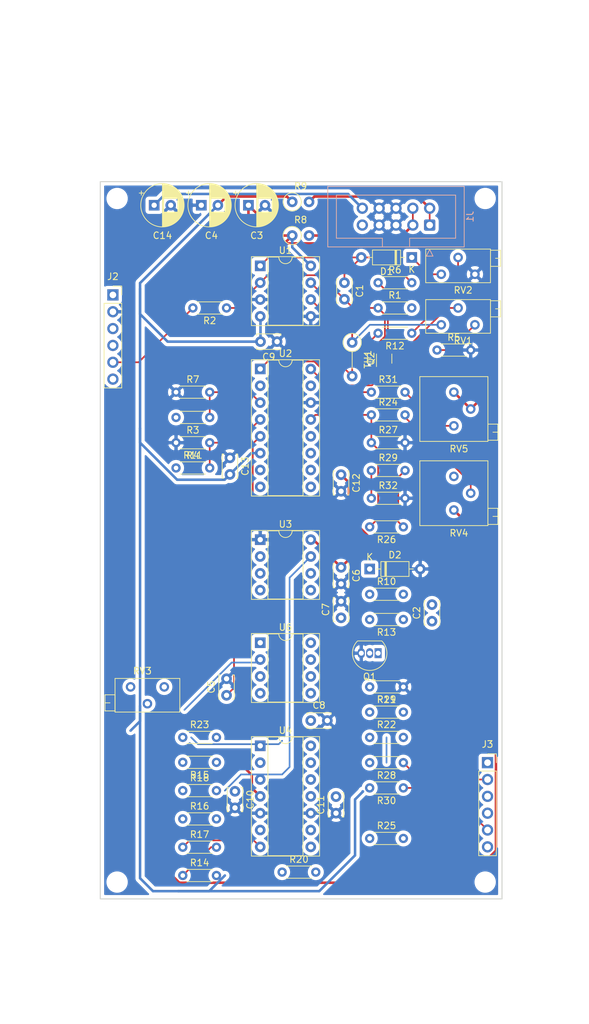
<source format=kicad_pcb>
(kicad_pcb (version 20171130) (host pcbnew 5.1.10)
  (title_block (title "(title)") (comment 1 "PCB for panel") (comment 2 "(description)") (comment 4 "License CC BY 4.0 - Attribution 4.0 International"))
  (layers (0 F.Cu signal) (31 B.Cu signal) (34 B.Paste user) (35 F.Paste user) (36 B.SilkS user) (37 F.SilkS user) (38 B.Mask user) (39 F.Mask user) (44 Edge.Cuts user))
  (net 0 "")
  (net 1 "Net-(C1-Pad2)")
  (net 2 "Net-(C1-Pad1)")
  (net 3 /sync)
  (net 4 "Net-(C2-Pad1)")
  (net 5 GND)
  (net 6 +15V)
  (net 7 -15V)
  (net 8 "Net-(C5-Pad1)")
  (net 9 "Net-(C7-Pad1)")
  (net 10 "Net-(D1-Pad1)")
  (net 11 "Net-(D2-Pad1)")
  (net 12 +5V)
  (net 13 VP)
  (net 14 VN)
  (net 15 /pwm_cv)
  (net 16 /pulse)
  (net 17 /sine)
  (net 18 /ramp)
  (net 19 /triangle)
  (net 20 /lin_fm)
  (net 21 /exp_fm)
  (net 22 /net_q)
  (net 23 "Net-(R3-Pad1)")
  (net 24 "Net-(R11-Pad2)")
  (net 25 "Net-(R5-Pad1)")
  (net 26 "Net-(R12-Pad1)")
  (net 27 "Net-(R14-Pad1)")
  (net 28 "Net-(R15-Pad2)")
  (net 29 "Net-(R16-Pad1)")
  (net 30 "Net-(R17-Pad1)")
  (net 31 "Net-(R18-Pad2)")
  (net 32 "Net-(R19-Pad1)")
  (net 33 "Net-(R20-Pad2)")
  (net 34 "Net-(R24-Pad2)")
  (net 35 "Net-(R24-Pad1)")
  (net 36 "Net-(R25-Pad1)")
  (net 37 "Net-(R28-Pad2)")
  (net 38 "Net-(R29-Pad1)")
  (net 39 "Net-(R31-Pad2)")
  (net 40 "Net-(R31-Pad1)")
  (net 41 "Net-(RV1-Pad1)")
  (net 42 "Net-(U2-Pad15)")
  (net 43 "Net-(U2-Pad2)")
  (net 44 "Net-(Q1-Pad1)")
  (net 45 "Net-(Q2-Pad4)")
  (net 46 "Net-(Q2-Pad2)")
  (net 47 "Net-(Q2-Pad3)")
  (module Capacitor_THT:C_Disc_D3.4mm_W2.1mm_P2.50mm (layer F.Cu) (at 82.55 132.08)
    (fp_text reference C8 (at 1.25 -2.3) (layer F.SilkS))
    (fp_text value 0.1u)
    (pad 2 thru_hole circle (at 2.5 0) (size 1.6 1.6) (drill 0.8) (layers *.Cu *.Mask) (net 5 GND))
    (pad 1 thru_hole circle (at 0 0) (size 1.6 1.6) (drill 0.8) (layers *.Cu *.Mask) (net 6 +15V))
  )
  (module Package_DIP:DIP-8_W7.62mm_Socket (layer F.Cu) (at 74.93 120.3425)
    (fp_text reference U6 (at 3.81 -2.33) (layer F.SilkS))
    (fp_text value TL072)
    (pad 8 thru_hole oval (at 7.62 0) (size 1.6 1.6) (drill 0.8) (layers *.Cu *.Mask))
    (pad 4 thru_hole oval (at 0 7.62) (size 1.6 1.6) (drill 0.8) (layers *.Cu *.Mask))
    (pad 7 thru_hole oval (at 7.62 2.54) (size 1.6 1.6) (drill 0.8) (layers *.Cu *.Mask) (net 19 /triangle))
    (pad 3 thru_hole oval (at 0 5.08) (size 1.6 1.6) (drill 0.8) (layers *.Cu *.Mask) (net 8 "Net-(C5-Pad1)"))
    (pad 6 thru_hole oval (at 7.62 5.08) (size 1.6 1.6) (drill 0.8) (layers *.Cu *.Mask) (net 32 "Net-(R19-Pad1)"))
    (pad 2 thru_hole oval (at 0 2.54) (size 1.6 1.6) (drill 0.8) (layers *.Cu *.Mask) (net 28 "Net-(R15-Pad2)"))
    (pad 5 thru_hole oval (at 7.62 7.62) (size 1.6 1.6) (drill 0.8) (layers *.Cu *.Mask) (net 28 "Net-(R15-Pad2)"))
    (pad 1 thru_hole rect (at 0 0) (size 1.6 1.6) (drill 0.8) (layers *.Cu *.Mask) (net 28 "Net-(R15-Pad2)"))
  )
  (module Package_TO_SOT_THT:TO-92_Inline (layer F.Cu) (at 92.71 121.92 180)
    (fp_text reference Q1 (at 1.27 -3.56) (layer F.SilkS))
    (fp_text value BC550)
    (pad 1 thru_hole rect (at 0 0 180) (size 1.05 1.5) (drill 0.75) (layers *.Cu *.Mask) (net 44 "Net-(Q1-Pad1)"))
    (pad 3 thru_hole oval (at 2.54 0 180) (size 1.05 1.5) (drill 0.75) (layers *.Cu *.Mask) (net 5 GND))
    (pad 2 thru_hole oval (at 1.27 0 180) (size 1.05 1.5) (drill 0.75) (layers *.Cu *.Mask) (net 11 "Net-(D2-Pad1)"))
  )
  (module Package_TO_SOT_SMD:SOT-363_SC-70-6 (layer F.Cu) (at 93.6244 77.4954 90)
    (fp_text reference Q2 (at 0 -2 90) (layer F.SilkS))
    (fp_text value PMP5201)
    (pad 6 smd rect (at 0.95 -0.65 90) (size 0.65 0.4) (layers F.Cu F.Paste F.Mask) (net 1 "Net-(C1-Pad2)"))
    (pad 4 smd rect (at 0.95 0.65 90) (size 0.65 0.4) (layers F.Cu F.Paste F.Mask) (net 45 "Net-(Q2-Pad4)"))
    (pad 2 smd rect (at -0.95 0 90) (size 0.65 0.4) (layers F.Cu F.Paste F.Mask) (net 46 "Net-(Q2-Pad2)"))
    (pad 5 smd rect (at 0.95 0 90) (size 0.65 0.4) (layers F.Cu F.Paste F.Mask) (net 45 "Net-(Q2-Pad4)"))
    (pad 3 smd rect (at -0.95 0.65 90) (size 0.65 0.4) (layers F.Cu F.Paste F.Mask) (net 47 "Net-(Q2-Pad3)"))
    (pad 1 smd rect (at -0.95 -0.65 90) (size 0.65 0.4) (layers F.Cu F.Paste F.Mask) (net 5 GND))
  )
  (module Package_DIP:DIP-8_W7.62mm_Socket (layer F.Cu) (at 74.93 63.5)
    (fp_text reference U1 (at 3.81 -2.33) (layer F.SilkS))
    (fp_text value TL072)
    (pad 8 thru_hole oval (at 7.62 0) (size 1.6 1.6) (drill 0.8) (layers *.Cu *.Mask) (net 6 +15V))
    (pad 4 thru_hole oval (at 0 7.62) (size 1.6 1.6) (drill 0.8) (layers *.Cu *.Mask) (net 7 -15V))
    (pad 7 thru_hole oval (at 7.62 2.54) (size 1.6 1.6) (drill 0.8) (layers *.Cu *.Mask) (net 41 "Net-(RV1-Pad1)"))
    (pad 3 thru_hole oval (at 0 5.08) (size 1.6 1.6) (drill 0.8) (layers *.Cu *.Mask) (net 5 GND))
    (pad 6 thru_hole oval (at 7.62 5.08) (size 1.6 1.6) (drill 0.8) (layers *.Cu *.Mask) (net 21 /exp_fm))
    (pad 2 thru_hole oval (at 0 2.54) (size 1.6 1.6) (drill 0.8) (layers *.Cu *.Mask) (net 1 "Net-(C1-Pad2)"))
    (pad 5 thru_hole oval (at 7.62 7.62) (size 1.6 1.6) (drill 0.8) (layers *.Cu *.Mask) (net 5 GND))
    (pad 1 thru_hole rect (at 0 0) (size 1.6 1.6) (drill 0.8) (layers *.Cu *.Mask) (net 2 "Net-(C1-Pad1)"))
  )
  (module Potentiometer_THT:Potentiometer_Bourns_3296P_Horizontal (layer F.Cu) (at 104.14 87.63 180)
    (fp_text reference RV5 (at -0.76 -3.475) (layer F.SilkS))
    (fp_text value 25k)
    (pad 3 thru_hole circle (at 0 5.08 180) (size 1.44 1.44) (drill 0.8) (layers *.Cu *.Mask) (net 6 +15V))
    (pad 2 thru_hole circle (at -2.54 2.54 180) (size 1.44 1.44) (drill 0.8) (layers *.Cu *.Mask) (net 6 +15V))
    (pad 1 thru_hole circle (at 0 0 180) (size 1.44 1.44) (drill 0.8) (layers *.Cu *.Mask) (net 39 "Net-(R31-Pad2)"))
  )
  (module Potentiometer_THT:Potentiometer_Bourns_3296P_Horizontal (layer F.Cu) (at 104.14 100.33 180)
    (fp_text reference RV4 (at -0.76 -3.475) (layer F.SilkS))
    (fp_text value 100k)
    (pad 3 thru_hole circle (at 0 5.08 180) (size 1.44 1.44) (drill 0.8) (layers *.Cu *.Mask) (net 7 -15V))
    (pad 2 thru_hole circle (at -2.54 2.54 180) (size 1.44 1.44) (drill 0.8) (layers *.Cu *.Mask) (net 34 "Net-(R24-Pad2)"))
    (pad 1 thru_hole circle (at 0 0 180) (size 1.44 1.44) (drill 0.8) (layers *.Cu *.Mask) (net 6 +15V))
  )
  (module Connector_PinSocket_2.54mm:PinSocket_1x06_P2.54mm_Vertical (layer F.Cu) (at 109.22 138.43)
    (fp_text reference J3 (at 0 -2.77) (layer F.SilkS))
    (fp_text value Conn_01x06_Female)
    (pad 6 thru_hole oval (at 0 12.7) (size 1.7 1.7) (drill 1) (layers *.Cu *.Mask) (net 15 /pwm_cv))
    (pad 5 thru_hole oval (at 0 10.16) (size 1.7 1.7) (drill 1) (layers *.Cu *.Mask) (net 16 /pulse))
    (pad 4 thru_hole oval (at 0 7.62) (size 1.7 1.7) (drill 1) (layers *.Cu *.Mask) (net 18 /ramp))
    (pad 3 thru_hole oval (at 0 5.08) (size 1.7 1.7) (drill 1) (layers *.Cu *.Mask) (net 17 /sine))
    (pad 2 thru_hole oval (at 0 2.54) (size 1.7 1.7) (drill 1) (layers *.Cu *.Mask) (net 19 /triangle))
    (pad 1 thru_hole rect (at 0 0) (size 1.7 1.7) (drill 1) (layers *.Cu *.Mask) (net 3 /sync))
  )
  (module Connector_PinSocket_2.54mm:PinSocket_1x06_P2.54mm_Vertical (layer F.Cu) (at 52.705 67.8815)
    (fp_text reference J2 (at 0 -2.77) (layer F.SilkS))
    (fp_text value Conn_01x06_Female)
    (pad 6 thru_hole oval (at 0 12.7) (size 1.7 1.7) (drill 1) (layers *.Cu *.Mask) (net 21 /exp_fm))
    (pad 5 thru_hole oval (at 0 10.16) (size 1.7 1.7) (drill 1) (layers *.Cu *.Mask) (net 20 /lin_fm))
    (pad 4 thru_hole oval (at 0 7.62) (size 1.7 1.7) (drill 1) (layers *.Cu *.Mask) (net 6 +15V))
    (pad 3 thru_hole oval (at 0 5.08) (size 1.7 1.7) (drill 1) (layers *.Cu *.Mask) (net 7 -15V))
    (pad 2 thru_hole oval (at 0 2.54) (size 1.7 1.7) (drill 1) (layers *.Cu *.Mask) (net 5 GND))
    (pad 1 thru_hole rect (at 0 0) (size 1.7 1.7) (drill 1) (layers *.Cu *.Mask) (net 12 +5V))
  )
  (module Capacitor_THT:CP_Radial_D6.3mm_P2.50mm (layer F.Cu) (at 58.928 54.356)
    (fp_text reference C14 (at 1.25 4.572) (layer F.SilkS))
    (fp_text value 22u)
    (pad 2 thru_hole circle (at 2.5 0) (size 1.6 1.6) (drill 0.8) (layers *.Cu *.Mask) (net 5 GND))
    (pad 1 thru_hole rect (at 0 0) (size 1.6 1.6) (drill 0.8) (layers *.Cu *.Mask) (net 12 +5V))
  )
  (module Resistor_THT:R_Axial_DIN0204_L3.6mm_D1.6mm_P5.08mm_Horizontal (layer F.Cu) (at 91.694 98.552)
    (fp_text reference R32 (at 2.54 -1.92) (layer F.SilkS))
    (fp_text value 300k)
    (pad 2 thru_hole oval (at 5.08 0) (size 1.4 1.4) (drill 0.7) (layers *.Cu *.Mask) (net 5 GND))
    (pad 1 thru_hole circle (at 0 0) (size 1.4 1.4) (drill 0.7) (layers *.Cu *.Mask) (net 38 "Net-(R29-Pad1)"))
  )
  (module Resistor_THT:R_Axial_DIN0204_L3.6mm_D1.6mm_P5.08mm_Horizontal (layer F.Cu) (at 91.694 82.55)
    (fp_text reference R31 (at 2.54 -1.92) (layer F.SilkS))
    (fp_text value 39k)
    (pad 2 thru_hole oval (at 5.08 0) (size 1.4 1.4) (drill 0.7) (layers *.Cu *.Mask) (net 39 "Net-(R31-Pad2)"))
    (pad 1 thru_hole circle (at 0 0) (size 1.4 1.4) (drill 0.7) (layers *.Cu *.Mask) (net 40 "Net-(R31-Pad1)"))
  )
  (module Resistor_THT:R_Axial_DIN0204_L3.6mm_D1.6mm_P5.08mm_Horizontal (layer F.Cu) (at 96.52 142.24 180)
    (fp_text reference R30 (at 2.54 -1.92) (layer F.SilkS))
    (fp_text value 2M2)
    (pad 2 thru_hole oval (at 5.08 0 180) (size 1.4 1.4) (drill 0.7) (layers *.Cu *.Mask) (net 37 "Net-(R28-Pad2)"))
    (pad 1 thru_hole circle (at 0 0 180) (size 1.4 1.4) (drill 0.7) (layers *.Cu *.Mask) (net 16 /pulse))
  )
  (module Resistor_THT:R_Axial_DIN0204_L3.6mm_D1.6mm_P5.08mm_Horizontal (layer F.Cu) (at 91.694 94.361)
    (fp_text reference R29 (at 2.54 -1.92) (layer F.SilkS))
    (fp_text value 39k)
    (pad 2 thru_hole oval (at 5.08 0) (size 1.4 1.4) (drill 0.7) (layers *.Cu *.Mask) (net 19 /triangle))
    (pad 1 thru_hole circle (at 0 0) (size 1.4 1.4) (drill 0.7) (layers *.Cu *.Mask) (net 38 "Net-(R29-Pad1)"))
  )
  (module Resistor_THT:R_Axial_DIN0204_L3.6mm_D1.6mm_P5.08mm_Horizontal (layer F.Cu) (at 96.52 138.43 180)
    (fp_text reference R28 (at 2.54 -1.92) (layer F.SilkS))
    (fp_text value 2k2)
    (pad 2 thru_hole oval (at 5.08 0 180) (size 1.4 1.4) (drill 0.7) (layers *.Cu *.Mask) (net 37 "Net-(R28-Pad2)"))
    (pad 1 thru_hole circle (at 0 0 180) (size 1.4 1.4) (drill 0.7) (layers *.Cu *.Mask) (net 19 /triangle))
  )
  (module Resistor_THT:R_Axial_DIN0204_L3.6mm_D1.6mm_P5.08mm_Horizontal (layer F.Cu) (at 91.694 90.17)
    (fp_text reference R27 (at 2.54 -1.92) (layer F.SilkS))
    (fp_text value 390)
    (pad 2 thru_hole oval (at 5.08 0) (size 1.4 1.4) (drill 0.7) (layers *.Cu *.Mask) (net 5 GND))
    (pad 1 thru_hole circle (at 0 0) (size 1.4 1.4) (drill 0.7) (layers *.Cu *.Mask) (net 35 "Net-(R24-Pad1)"))
  )
  (module Resistor_THT:R_Axial_DIN0204_L3.6mm_D1.6mm_P5.08mm_Horizontal (layer F.Cu) (at 96.52 102.87 180)
    (fp_text reference R26 (at 2.54 -1.92) (layer F.SilkS))
    (fp_text value 100k)
    (pad 2 thru_hole oval (at 5.08 0 180) (size 1.4 1.4) (drill 0.7) (layers *.Cu *.Mask) (net 35 "Net-(R24-Pad1)"))
    (pad 1 thru_hole circle (at 0 0 180) (size 1.4 1.4) (drill 0.7) (layers *.Cu *.Mask) (net 19 /triangle))
  )
  (module Resistor_THT:R_Axial_DIN0204_L3.6mm_D1.6mm_P5.08mm_Horizontal (layer F.Cu) (at 91.44 149.86)
    (fp_text reference R25 (at 2.54 -1.92) (layer F.SilkS))
    (fp_text value 120k)
    (pad 2 thru_hole oval (at 5.08 0) (size 1.4 1.4) (drill 0.7) (layers *.Cu *.Mask) (net 15 /pwm_cv))
    (pad 1 thru_hole circle (at 0 0) (size 1.4 1.4) (drill 0.7) (layers *.Cu *.Mask) (net 36 "Net-(R25-Pad1)"))
  )
  (module Resistor_THT:R_Axial_DIN0204_L3.6mm_D1.6mm_P5.08mm_Horizontal (layer F.Cu) (at 91.694 85.979)
    (fp_text reference R24 (at 2.54 -1.92) (layer F.SilkS))
    (fp_text value 1M)
    (pad 2 thru_hole oval (at 5.08 0) (size 1.4 1.4) (drill 0.7) (layers *.Cu *.Mask) (net 34 "Net-(R24-Pad2)"))
    (pad 1 thru_hole circle (at 0 0) (size 1.4 1.4) (drill 0.7) (layers *.Cu *.Mask) (net 35 "Net-(R24-Pad1)"))
  )
  (module Resistor_THT:R_Axial_DIN0204_L3.6mm_D1.6mm_P5.08mm_Horizontal (layer F.Cu) (at 63.246 134.62)
    (fp_text reference R23 (at 2.54 -1.92) (layer F.SilkS))
    (fp_text value 10k)
    (pad 2 thru_hole oval (at 5.08 0) (size 1.4 1.4) (drill 0.7) (layers *.Cu *.Mask) (net 33 "Net-(R20-Pad2)"))
    (pad 1 thru_hole circle (at 0 0) (size 1.4 1.4) (drill 0.7) (layers *.Cu *.Mask) (net 18 /ramp))
  )
  (module Resistor_THT:R_Axial_DIN0204_L3.6mm_D1.6mm_P5.08mm_Horizontal (layer F.Cu) (at 91.44 134.62)
    (fp_text reference R22 (at 2.54 -1.92) (layer F.SilkS))
    (fp_text value 20k)
    (pad 2 thru_hole oval (at 5.08 0) (size 1.4 1.4) (drill 0.7) (layers *.Cu *.Mask) (net 32 "Net-(R19-Pad1)"))
    (pad 1 thru_hole circle (at 0 0) (size 1.4 1.4) (drill 0.7) (layers *.Cu *.Mask) (net 19 /triangle))
  )
  (module Resistor_THT:R_Axial_DIN0204_L3.6mm_D1.6mm_P5.08mm_Horizontal (layer F.Cu) (at 96.52 127 180)
    (fp_text reference R21 (at 2.54 -1.92) (layer F.SilkS))
    (fp_text value 20k)
    (pad 2 thru_hole oval (at 5.08 0 180) (size 1.4 1.4) (drill 0.7) (layers *.Cu *.Mask) (net 32 "Net-(R19-Pad1)"))
    (pad 1 thru_hole circle (at 0 0 180) (size 1.4 1.4) (drill 0.7) (layers *.Cu *.Mask) (net 5 GND))
  )
  (module Resistor_THT:R_Axial_DIN0204_L3.6mm_D1.6mm_P5.08mm_Horizontal (layer F.Cu) (at 78.232 154.94)
    (fp_text reference R20 (at 2.54 -1.92) (layer F.SilkS))
    (fp_text value 10k)
    (pad 2 thru_hole oval (at 5.08 0) (size 1.4 1.4) (drill 0.7) (layers *.Cu *.Mask) (net 33 "Net-(R20-Pad2)"))
    (pad 1 thru_hole circle (at 0 0) (size 1.4 1.4) (drill 0.7) (layers *.Cu *.Mask) (net 30 "Net-(R17-Pad1)"))
  )
  (module Resistor_THT:R_Axial_DIN0204_L3.6mm_D1.6mm_P5.08mm_Horizontal (layer F.Cu) (at 91.44 130.81)
    (fp_text reference R19 (at 2.54 -1.92) (layer F.SilkS))
    (fp_text value 10k)
    (pad 2 thru_hole oval (at 5.08 0) (size 1.4 1.4) (drill 0.7) (layers *.Cu *.Mask) (net 6 +15V))
    (pad 1 thru_hole circle (at 0 0) (size 1.4 1.4) (drill 0.7) (layers *.Cu *.Mask) (net 32 "Net-(R19-Pad1)"))
  )
  (module Resistor_THT:R_Axial_DIN0204_L3.6mm_D1.6mm_P5.08mm_Horizontal (layer F.Cu) (at 63.246 142.646)
    (fp_text reference R18 (at 2.54 -1.92) (layer F.SilkS))
    (fp_text value 10k)
    (pad 2 thru_hole oval (at 5.08 0) (size 1.4 1.4) (drill 0.7) (layers *.Cu *.Mask) (net 31 "Net-(R18-Pad2)"))
    (pad 1 thru_hole circle (at 0 0) (size 1.4 1.4) (drill 0.7) (layers *.Cu *.Mask) (net 30 "Net-(R17-Pad1)"))
  )
  (module Resistor_THT:R_Axial_DIN0204_L3.6mm_D1.6mm_P5.08mm_Horizontal (layer F.Cu) (at 63.246 151.181)
    (fp_text reference R17 (at 2.54 -1.92) (layer F.SilkS))
    (fp_text value 100k)
    (pad 2 thru_hole oval (at 5.08 0) (size 1.4 1.4) (drill 0.7) (layers *.Cu *.Mask) (net 27 "Net-(R14-Pad1)"))
    (pad 1 thru_hole circle (at 0 0) (size 1.4 1.4) (drill 0.7) (layers *.Cu *.Mask) (net 30 "Net-(R17-Pad1)"))
  )
  (module Resistor_THT:R_Axial_DIN0204_L3.6mm_D1.6mm_P5.08mm_Horizontal (layer F.Cu) (at 63.246 146.914)
    (fp_text reference R16 (at 2.54 -1.92) (layer F.SilkS))
    (fp_text value 1M)
    (pad 2 thru_hole oval (at 5.08 0) (size 1.4 1.4) (drill 0.7) (layers *.Cu *.Mask) (net 27 "Net-(R14-Pad1)"))
    (pad 1 thru_hole circle (at 0 0) (size 1.4 1.4) (drill 0.7) (layers *.Cu *.Mask) (net 29 "Net-(R16-Pad1)"))
  )
  (module Resistor_THT:R_Axial_DIN0204_L3.6mm_D1.6mm_P5.08mm_Horizontal (layer F.Cu) (at 68.326 138.379 180)
    (fp_text reference R15 (at 2.54 -1.92) (layer F.SilkS))
    (fp_text value 100k)
    (pad 2 thru_hole oval (at 5.08 0 180) (size 1.4 1.4) (drill 0.7) (layers *.Cu *.Mask) (net 28 "Net-(R15-Pad2)"))
    (pad 1 thru_hole circle (at 0 0 180) (size 1.4 1.4) (drill 0.7) (layers *.Cu *.Mask) (net 27 "Net-(R14-Pad1)"))
  )
  (module Resistor_THT:R_Axial_DIN0204_L3.6mm_D1.6mm_P5.08mm_Horizontal (layer F.Cu) (at 63.246 155.448)
    (fp_text reference R14 (at 2.54 -1.92) (layer F.SilkS))
    (fp_text value 150k)
    (pad 2 thru_hole oval (at 5.08 0) (size 1.4 1.4) (drill 0.7) (layers *.Cu *.Mask) (net 7 -15V))
    (pad 1 thru_hole circle (at 0 0) (size 1.4 1.4) (drill 0.7) (layers *.Cu *.Mask) (net 27 "Net-(R14-Pad1)"))
  )
  (module Resistor_THT:R_Axial_DIN0204_L3.6mm_D1.6mm_P5.08mm_Horizontal (layer F.Cu) (at 96.52 116.84 180)
    (fp_text reference R13 (at 2.54 -1.92) (layer F.SilkS))
    (fp_text value 4k7)
    (pad 2 thru_hole oval (at 5.08 0 180) (size 1.4 1.4) (drill 0.7) (layers *.Cu *.Mask) (net 44 "Net-(Q1-Pad1)"))
    (pad 1 thru_hole circle (at 0 0 180) (size 1.4 1.4) (drill 0.7) (layers *.Cu *.Mask) (net 6 +15V))
  )
  (module Resistor_THT:R_Axial_DIN0204_L3.6mm_D1.6mm_P5.08mm_Horizontal (layer F.Cu) (at 97.79 73.66 180)
    (fp_text reference R12 (at 2.54 -1.92) (layer F.SilkS))
    (fp_text value 1M)
    (pad 2 thru_hole oval (at 5.08 0 180) (size 1.4 1.4) (drill 0.7) (layers *.Cu *.Mask) (net 21 /exp_fm))
    (pad 1 thru_hole circle (at 0 0 180) (size 1.4 1.4) (drill 0.7) (layers *.Cu *.Mask) (net 26 "Net-(R12-Pad1)"))
  )
  (module Resistor_THT:R_Axial_DIN0204_L3.6mm_D1.6mm_P5.08mm_Horizontal (layer F.Cu) (at 62.23 93.98)
    (fp_text reference R11 (at 2.54 -1.92) (layer F.SilkS))
    (fp_text value 10k)
    (pad 2 thru_hole oval (at 5.08 0) (size 1.4 1.4) (drill 0.7) (layers *.Cu *.Mask) (net 24 "Net-(R11-Pad2)"))
    (pad 1 thru_hole circle (at 0 0) (size 1.4 1.4) (drill 0.7) (layers *.Cu *.Mask) (net 6 +15V))
  )
  (module Resistor_THT:R_Axial_DIN0204_L3.6mm_D1.6mm_P5.08mm_Horizontal (layer F.Cu) (at 91.44 113.03)
    (fp_text reference R10 (at 2.54 -1.92) (layer F.SilkS))
    (fp_text value 100k)
    (pad 2 thru_hole oval (at 5.08 0) (size 1.4 1.4) (drill 0.7) (layers *.Cu *.Mask) (net 4 "Net-(C2-Pad1)"))
    (pad 1 thru_hole circle (at 0 0) (size 1.4 1.4) (drill 0.7) (layers *.Cu *.Mask) (net 11 "Net-(D2-Pad1)"))
  )
  (module Resistor_THT:R_Axial_DIN0207_L6.3mm_D2.5mm_P2.54mm_Vertical (layer F.Cu) (at 79.756 53.848)
    (fp_text reference R9 (at 1.27 -2.37) (layer F.SilkS))
    (fp_text value 10)
    (pad 2 thru_hole oval (at 2.54 0) (size 1.6 1.6) (drill 0.8) (layers *.Cu *.Mask) (net 14 VN))
    (pad 1 thru_hole circle (at 0 0) (size 1.6 1.6) (drill 0.8) (layers *.Cu *.Mask) (net 7 -15V))
  )
  (module Resistor_THT:R_Axial_DIN0207_L6.3mm_D2.5mm_P2.54mm_Vertical (layer F.Cu) (at 79.756 58.928)
    (fp_text reference R8 (at 1.27 -2.37) (layer F.SilkS))
    (fp_text value 10)
    (pad 2 thru_hole oval (at 2.54 0) (size 1.6 1.6) (drill 0.8) (layers *.Cu *.Mask) (net 13 VP))
    (pad 1 thru_hole circle (at 0 0) (size 1.6 1.6) (drill 0.8) (layers *.Cu *.Mask) (net 6 +15V))
  )
  (module Resistor_THT:R_Axial_DIN0204_L3.6mm_D1.6mm_P5.08mm_Horizontal (layer F.Cu) (at 62.23 82.55)
    (fp_text reference R7 (at 2.54 -1.92) (layer F.SilkS))
    (fp_text value 1k5)
    (pad 2 thru_hole oval (at 5.08 0) (size 1.4 1.4) (drill 0.7) (layers *.Cu *.Mask) (net 23 "Net-(R3-Pad1)"))
    (pad 1 thru_hole circle (at 0 0) (size 1.4 1.4) (drill 0.7) (layers *.Cu *.Mask) (net 5 GND))
  )
  (module Resistor_THT:R_Axial_DIN0204_L3.6mm_D1.6mm_P5.08mm_Horizontal (layer F.Cu) (at 92.71 66.04)
    (fp_text reference R6 (at 2.54 -1.92) (layer F.SilkS))
    (fp_text value 22k)
    (pad 2 thru_hole oval (at 5.08 0) (size 1.4 1.4) (drill 0.7) (layers *.Cu *.Mask) (net 2 "Net-(C1-Pad1)"))
    (pad 1 thru_hole circle (at 0 0) (size 1.4 1.4) (drill 0.7) (layers *.Cu *.Mask) (net 45 "Net-(Q2-Pad4)"))
  )
  (module Resistor_THT:R_Axial_DIN0204_L3.6mm_D1.6mm_P5.08mm_Horizontal (layer F.Cu) (at 101.6 76.2)
    (fp_text reference R5 (at 2.54 -1.92) (layer F.SilkS))
    (fp_text value 390)
    (pad 2 thru_hole oval (at 5.08 0) (size 1.4 1.4) (drill 0.7) (layers *.Cu *.Mask) (net 5 GND))
    (pad 1 thru_hole circle (at 0 0) (size 1.4 1.4) (drill 0.7) (layers *.Cu *.Mask) (net 25 "Net-(R5-Pad1)"))
  )
  (module Resistor_THT:R_Axial_DIN0204_L3.6mm_D1.6mm_P5.08mm_Horizontal (layer F.Cu) (at 67.31 90.17 180)
    (fp_text reference R4 (at 2.54 -1.92) (layer F.SilkS))
    (fp_text value 1k5)
    (pad 2 thru_hole oval (at 5.08 0 180) (size 1.4 1.4) (drill 0.7) (layers *.Cu *.Mask) (net 5 GND))
    (pad 1 thru_hole circle (at 0 0 180) (size 1.4 1.4) (drill 0.7) (layers *.Cu *.Mask) (net 24 "Net-(R11-Pad2)"))
  )
  (module Resistor_THT:R_Axial_DIN0204_L3.6mm_D1.6mm_P5.08mm_Horizontal (layer F.Cu) (at 67.31 86.36 180)
    (fp_text reference R3 (at 2.54 -1.92) (layer F.SilkS))
    (fp_text value 4k7)
    (pad 2 thru_hole oval (at 5.08 0 180) (size 1.4 1.4) (drill 0.7) (layers *.Cu *.Mask) (net 22 /net_q))
    (pad 1 thru_hole circle (at 0 0 180) (size 1.4 1.4) (drill 0.7) (layers *.Cu *.Mask) (net 23 "Net-(R3-Pad1)"))
  )
  (module Resistor_THT:R_Axial_DIN0204_L3.6mm_D1.6mm_P5.08mm_Horizontal (layer F.Cu) (at 69.85 69.85 180)
    (fp_text reference R2 (at 2.54 -1.92) (layer F.SilkS))
    (fp_text value 1M)
    (pad 2 thru_hole oval (at 5.08 0 180) (size 1.4 1.4) (drill 0.7) (layers *.Cu *.Mask) (net 20 /lin_fm))
    (pad 1 thru_hole circle (at 0 0 180) (size 1.4 1.4) (drill 0.7) (layers *.Cu *.Mask) (net 1 "Net-(C1-Pad2)"))
  )
  (module Resistor_THT:R_Axial_DIN0204_L3.6mm_D1.6mm_P5.08mm_Horizontal (layer F.Cu) (at 92.71 69.85)
    (fp_text reference R1 (at 2.54 -1.92) (layer F.SilkS))
    (fp_text value 1M5)
    (pad 2 thru_hole oval (at 5.08 0) (size 1.4 1.4) (drill 0.7) (layers *.Cu *.Mask) (net 7 -15V))
    (pad 1 thru_hole circle (at 0 0) (size 1.4 1.4) (drill 0.7) (layers *.Cu *.Mask) (net 1 "Net-(C1-Pad2)"))
  )
  (module Package_DIP:DIP-14_W7.62mm_Socket (layer F.Cu) (at 74.93 135.89)
    (fp_text reference U4 (at 3.81 -2.33) (layer F.SilkS))
    (fp_text value TL074)
    (pad 14 thru_hole oval (at 7.62 0) (size 1.6 1.6) (drill 0.8) (layers *.Cu *.Mask) (net 16 /pulse))
    (pad 7 thru_hole oval (at 0 15.24) (size 1.6 1.6) (drill 0.8) (layers *.Cu *.Mask) (net 30 "Net-(R17-Pad1)"))
    (pad 13 thru_hole oval (at 7.62 2.54) (size 1.6 1.6) (drill 0.8) (layers *.Cu *.Mask) (net 36 "Net-(R25-Pad1)"))
    (pad 6 thru_hole oval (at 0 12.7) (size 1.6 1.6) (drill 0.8) (layers *.Cu *.Mask) (net 27 "Net-(R14-Pad1)"))
    (pad 12 thru_hole oval (at 7.62 5.08) (size 1.6 1.6) (drill 0.8) (layers *.Cu *.Mask) (net 37 "Net-(R28-Pad2)"))
    (pad 5 thru_hole oval (at 0 10.16) (size 1.6 1.6) (drill 0.8) (layers *.Cu *.Mask) (net 5 GND))
    (pad 11 thru_hole oval (at 7.62 7.62) (size 1.6 1.6) (drill 0.8) (layers *.Cu *.Mask) (net 7 -15V))
    (pad 4 thru_hole oval (at 0 7.62) (size 1.6 1.6) (drill 0.8) (layers *.Cu *.Mask) (net 6 +15V))
    (pad 10 thru_hole oval (at 7.62 10.16) (size 1.6 1.6) (drill 0.8) (layers *.Cu *.Mask) (net 5 GND))
    (pad 3 thru_hole oval (at 0 5.08) (size 1.6 1.6) (drill 0.8) (layers *.Cu *.Mask) (net 31 "Net-(R18-Pad2)"))
    (pad 9 thru_hole oval (at 7.62 12.7) (size 1.6 1.6) (drill 0.8) (layers *.Cu *.Mask) (net 15 /pwm_cv))
    (pad 2 thru_hole oval (at 0 2.54) (size 1.6 1.6) (drill 0.8) (layers *.Cu *.Mask) (net 33 "Net-(R20-Pad2)"))
    (pad 8 thru_hole oval (at 7.62 15.24) (size 1.6 1.6) (drill 0.8) (layers *.Cu *.Mask) (net 36 "Net-(R25-Pad1)"))
    (pad 1 thru_hole rect (at 0 0) (size 1.6 1.6) (drill 0.8) (layers *.Cu *.Mask) (net 18 /ramp))
  )
  (module Package_DIP:DIP-8_W7.62mm_Socket (layer F.Cu) (at 74.93 104.795)
    (fp_text reference U3 (at 3.81 -2.33) (layer F.SilkS))
    (fp_text value TLC555xP)
    (pad 8 thru_hole oval (at 7.62 0) (size 1.6 1.6) (drill 0.8) (layers *.Cu *.Mask) (net 6 +15V))
    (pad 4 thru_hole oval (at 0 7.62) (size 1.6 1.6) (drill 0.8) (layers *.Cu *.Mask) (net 44 "Net-(Q1-Pad1)"))
    (pad 7 thru_hole oval (at 7.62 2.54) (size 1.6 1.6) (drill 0.8) (layers *.Cu *.Mask) (net 31 "Net-(R18-Pad2)"))
    (pad 3 thru_hole oval (at 0 5.08) (size 1.6 1.6) (drill 0.8) (layers *.Cu *.Mask) (net 22 /net_q))
    (pad 6 thru_hole oval (at 7.62 5.08) (size 1.6 1.6) (drill 0.8) (layers *.Cu *.Mask) (net 28 "Net-(R15-Pad2)"))
    (pad 2 thru_hole oval (at 0 2.54) (size 1.6 1.6) (drill 0.8) (layers *.Cu *.Mask) (net 28 "Net-(R15-Pad2)"))
    (pad 5 thru_hole oval (at 7.62 7.62) (size 1.6 1.6) (drill 0.8) (layers *.Cu *.Mask) (net 9 "Net-(C7-Pad1)"))
    (pad 1 thru_hole rect (at 0 0) (size 1.6 1.6) (drill 0.8) (layers *.Cu *.Mask) (net 5 GND))
  )
  (module Package_DIP:DIP-16_W7.62mm_Socket (layer F.Cu) (at 74.93 79.0475)
    (fp_text reference U2 (at 3.81 -2.33) (layer F.SilkS))
    (fp_text value LM13700)
    (pad 16 thru_hole oval (at 7.62 0) (size 1.6 1.6) (drill 0.8) (layers *.Cu *.Mask) (net 40 "Net-(R31-Pad1)"))
    (pad 8 thru_hole oval (at 0 17.78) (size 1.6 1.6) (drill 0.8) (layers *.Cu *.Mask))
    (pad 15 thru_hole oval (at 7.62 2.54) (size 1.6 1.6) (drill 0.8) (layers *.Cu *.Mask) (net 42 "Net-(U2-Pad15)"))
    (pad 7 thru_hole oval (at 0 15.24) (size 1.6 1.6) (drill 0.8) (layers *.Cu *.Mask))
    (pad 14 thru_hole oval (at 7.62 5.08) (size 1.6 1.6) (drill 0.8) (layers *.Cu *.Mask) (net 5 GND))
    (pad 6 thru_hole oval (at 0 12.7) (size 1.6 1.6) (drill 0.8) (layers *.Cu *.Mask) (net 7 -15V))
    (pad 13 thru_hole oval (at 7.62 7.62) (size 1.6 1.6) (drill 0.8) (layers *.Cu *.Mask) (net 35 "Net-(R24-Pad1)"))
    (pad 5 thru_hole oval (at 0 10.16) (size 1.6 1.6) (drill 0.8) (layers *.Cu *.Mask) (net 8 "Net-(C5-Pad1)"))
    (pad 12 thru_hole oval (at 7.62 10.16) (size 1.6 1.6) (drill 0.8) (layers *.Cu *.Mask) (net 38 "Net-(R29-Pad1)"))
    (pad 4 thru_hole oval (at 0 7.62) (size 1.6 1.6) (drill 0.8) (layers *.Cu *.Mask) (net 24 "Net-(R11-Pad2)"))
    (pad 11 thru_hole oval (at 7.62 12.7) (size 1.6 1.6) (drill 0.8) (layers *.Cu *.Mask) (net 6 +15V))
    (pad 3 thru_hole oval (at 0 5.08) (size 1.6 1.6) (drill 0.8) (layers *.Cu *.Mask) (net 23 "Net-(R3-Pad1)"))
    (pad 10 thru_hole oval (at 7.62 15.24) (size 1.6 1.6) (drill 0.8) (layers *.Cu *.Mask) (net 38 "Net-(R29-Pad1)"))
    (pad 2 thru_hole oval (at 0 2.54) (size 1.6 1.6) (drill 0.8) (layers *.Cu *.Mask) (net 43 "Net-(U2-Pad2)"))
    (pad 9 thru_hole oval (at 7.62 17.78) (size 1.6 1.6) (drill 0.8) (layers *.Cu *.Mask) (net 17 /sine))
    (pad 1 thru_hole rect (at 0 0) (size 1.6 1.6) (drill 0.8) (layers *.Cu *.Mask) (net 47 "Net-(Q2-Pad3)"))
  )
  (module Resistor_THT:R_Axial_DIN0207_L6.3mm_D2.5mm_P5.08mm_Vertical (layer F.Cu) (at 88.7984 75.057 270)
    (fp_text reference TH1 (at 2.54 -2.37 90) (layer F.SilkS))
    (fp_text value "2k +3500ppm/°C")
    (pad 2 thru_hole oval (at 5.08 0 270) (size 1.6 1.6) (drill 0.8) (layers *.Cu *.Mask) (net 21 /exp_fm))
    (pad 1 thru_hole circle (at 0 0 270) (size 1.6 1.6) (drill 0.8) (layers *.Cu *.Mask) (net 41 "Net-(RV1-Pad1)"))
  )
  (module Potentiometer_THT:Potentiometer_Bourns_3296Z_Horizontal (layer F.Cu) (at 60.452 127)
    (fp_text reference RV3 (at -3.3 -2.4) (layer F.SilkS))
    (fp_text value 100k)
    (pad 3 thru_hole circle (at -5.08 0) (size 1.44 1.44) (drill 0.8) (layers *.Cu *.Mask) (net 7 -15V))
    (pad 2 thru_hole circle (at -2.54 2.54) (size 1.44 1.44) (drill 0.8) (layers *.Cu *.Mask) (net 29 "Net-(R16-Pad1)"))
    (pad 1 thru_hole circle (at 0 0) (size 1.44 1.44) (drill 0.8) (layers *.Cu *.Mask) (net 6 +15V))
  )
  (module Potentiometer_THT:Potentiometer_Bourns_3296Z_Horizontal (layer F.Cu) (at 102.235 64.77 180)
    (fp_text reference RV2 (at -3.3 -2.4) (layer F.SilkS))
    (fp_text value 100k)
    (pad 3 thru_hole circle (at -5.08 0 180) (size 1.44 1.44) (drill 0.8) (layers *.Cu *.Mask) (net 5 GND))
    (pad 2 thru_hole circle (at -2.54 2.54 180) (size 1.44 1.44) (drill 0.8) (layers *.Cu *.Mask) (net 26 "Net-(R12-Pad1)"))
    (pad 1 thru_hole circle (at 0 0 180) (size 1.44 1.44) (drill 0.8) (layers *.Cu *.Mask) (net 10 "Net-(D1-Pad1)"))
  )
  (module Potentiometer_THT:Potentiometer_Bourns_3296Z_Horizontal (layer F.Cu) (at 102.235 72.39 180)
    (fp_text reference RV1 (at -3.3 -2.4) (layer F.SilkS))
    (fp_text value 100)
    (pad 3 thru_hole circle (at -5.08 0 180) (size 1.44 1.44) (drill 0.8) (layers *.Cu *.Mask) (net 25 "Net-(R5-Pad1)"))
    (pad 2 thru_hole circle (at -2.54 2.54 180) (size 1.44 1.44) (drill 0.8) (layers *.Cu *.Mask) (net 46 "Net-(Q2-Pad2)"))
    (pad 1 thru_hole circle (at 0 0 180) (size 1.44 1.44) (drill 0.8) (layers *.Cu *.Mask) (net 41 "Net-(RV1-Pad1)"))
  )
  (module Connector_IDC:IDC-Header_2x05_P2.54mm_Vertical (layer B.Cu) (at 100.49 57.35 90)
    (fp_text reference J1 (at 1.27 6.1 270) (layer B.SilkS) (effects (justify mirror)))
    (fp_text value "IDC Header")
    (pad 10 thru_hole circle (at 2.54 -10.16 90) (size 1.7 1.7) (drill 1) (layers *.Cu *.Mask) (net 12 +5V))
    (pad 8 thru_hole circle (at 2.54 -7.62 90) (size 1.7 1.7) (drill 1) (layers *.Cu *.Mask) (net 5 GND))
    (pad 6 thru_hole circle (at 2.54 -5.08 90) (size 1.7 1.7) (drill 1) (layers *.Cu *.Mask) (net 5 GND))
    (pad 4 thru_hole circle (at 2.54 -2.54 90) (size 1.7 1.7) (drill 1) (layers *.Cu *.Mask) (net 13 VP))
    (pad 2 thru_hole circle (at 2.54 0 90) (size 1.7 1.7) (drill 1) (layers *.Cu *.Mask) (net 14 VN))
    (pad 9 thru_hole circle (at 0 -10.16 90) (size 1.7 1.7) (drill 1) (layers *.Cu *.Mask) (net 12 +5V))
    (pad 7 thru_hole circle (at 0 -7.62 90) (size 1.7 1.7) (drill 1) (layers *.Cu *.Mask) (net 5 GND))
    (pad 5 thru_hole circle (at 0 -5.08 90) (size 1.7 1.7) (drill 1) (layers *.Cu *.Mask) (net 5 GND))
    (pad 3 thru_hole circle (at 0 -2.54 90) (size 1.7 1.7) (drill 1) (layers *.Cu *.Mask) (net 13 VP))
    (pad 1 thru_hole roundrect (at 0 0 90) (size 1.7 1.7) (drill 1) (layers *.Cu *.Mask) (roundrect_rratio 0.147059) (net 14 VN))
  )
  (module Diode_THT:D_DO-35_SOD27_P7.62mm_Horizontal (layer F.Cu) (at 91.44 109.22)
    (fp_text reference D2 (at 3.81 -2.12) (layer F.SilkS))
    (fp_text value 1N4148)
    (fp_text user K (at 0 -1.8) (layer F.SilkS))
    (pad 2 thru_hole oval (at 7.62 0) (size 1.6 1.6) (drill 0.8) (layers *.Cu *.Mask) (net 5 GND))
    (pad 1 thru_hole rect (at 0 0) (size 1.6 1.6) (drill 0.8) (layers *.Cu *.Mask) (net 11 "Net-(D2-Pad1)"))
  )
  (module Diode_THT:D_DO-35_SOD27_P7.62mm_Horizontal (layer F.Cu) (at 97.79 62.23 180)
    (fp_text reference D1 (at 3.81 -2.12) (layer F.SilkS))
    (fp_text value 1N4148)
    (fp_text user K (at 0 -1.8) (layer F.SilkS))
    (pad 2 thru_hole oval (at 7.62 0 180) (size 1.6 1.6) (drill 0.8) (layers *.Cu *.Mask) (net 2 "Net-(C1-Pad1)"))
    (pad 1 thru_hole rect (at 0 0 180) (size 1.6 1.6) (drill 0.8) (layers *.Cu *.Mask) (net 10 "Net-(D1-Pad1)"))
  )
  (module Capacitor_THT:C_Disc_D3.4mm_W2.1mm_P2.50mm (layer F.Cu) (at 70.358 92.456 270)
    (fp_text reference C13 (at 1.25 -2.3 90) (layer F.SilkS))
    (fp_text value 0.1u)
    (pad 2 thru_hole circle (at 2.5 0 270) (size 1.6 1.6) (drill 0.8) (layers *.Cu *.Mask) (net 7 -15V))
    (pad 1 thru_hole circle (at 0 0 270) (size 1.6 1.6) (drill 0.8) (layers *.Cu *.Mask) (net 5 GND))
  )
  (module Capacitor_THT:C_Disc_D3.4mm_W2.1mm_P2.50mm (layer F.Cu) (at 87.122 94.996 270)
    (fp_text reference C12 (at 1.25 -2.3 90) (layer F.SilkS))
    (fp_text value 0.1u)
    (pad 2 thru_hole circle (at 2.5 0 270) (size 1.6 1.6) (drill 0.8) (layers *.Cu *.Mask) (net 5 GND))
    (pad 1 thru_hole circle (at 0 0 270) (size 1.6 1.6) (drill 0.8) (layers *.Cu *.Mask) (net 6 +15V))
  )
  (module Capacitor_THT:C_Disc_D3.4mm_W2.1mm_P2.50mm (layer F.Cu) (at 86.36 146.05 90)
    (fp_text reference C11 (at 1.25 -2.3 90) (layer F.SilkS))
    (fp_text value 0.1u)
    (pad 2 thru_hole circle (at 2.5 0 90) (size 1.6 1.6) (drill 0.8) (layers *.Cu *.Mask) (net 7 -15V))
    (pad 1 thru_hole circle (at 0 0 90) (size 1.6 1.6) (drill 0.8) (layers *.Cu *.Mask) (net 5 GND))
  )
  (module Capacitor_THT:C_Disc_D3.4mm_W2.1mm_P2.50mm (layer F.Cu) (at 71.12 142.748 270)
    (fp_text reference C10 (at 1.25 -2.3 90) (layer F.SilkS))
    (fp_text value 0.1u)
    (pad 2 thru_hole circle (at 2.5 0 270) (size 1.6 1.6) (drill 0.8) (layers *.Cu *.Mask) (net 5 GND))
    (pad 1 thru_hole circle (at 0 0 270) (size 1.6 1.6) (drill 0.8) (layers *.Cu *.Mask) (net 6 +15V))
  )
  (module Capacitor_THT:C_Disc_D3.4mm_W2.1mm_P2.50mm (layer F.Cu) (at 77.47 74.93 180)
    (fp_text reference C9 (at 1.25 -2.3) (layer F.SilkS))
    (fp_text value 0.1u)
    (pad 2 thru_hole circle (at 2.5 0 180) (size 1.6 1.6) (drill 0.8) (layers *.Cu *.Mask) (net 7 -15V))
    (pad 1 thru_hole circle (at 0 0 180) (size 1.6 1.6) (drill 0.8) (layers *.Cu *.Mask) (net 5 GND))
  )
  (module Capacitor_THT:C_Disc_D3.4mm_W2.1mm_P2.50mm (layer F.Cu) (at 87.122 116.586 90)
    (fp_text reference C7 (at 1.25 -2.3 90) (layer F.SilkS))
    (fp_text value 0.001u)
    (pad 2 thru_hole circle (at 2.5 0 90) (size 1.6 1.6) (drill 0.8) (layers *.Cu *.Mask) (net 5 GND))
    (pad 1 thru_hole circle (at 0 0 90) (size 1.6 1.6) (drill 0.8) (layers *.Cu *.Mask) (net 9 "Net-(C7-Pad1)"))
  )
  (module Capacitor_THT:C_Disc_D3.4mm_W2.1mm_P2.50mm (layer F.Cu) (at 87.122 108.966 270)
    (fp_text reference C6 (at 1.25 -2.3 90) (layer F.SilkS))
    (fp_text value 0.1u)
    (pad 2 thru_hole circle (at 2.5 0 270) (size 1.6 1.6) (drill 0.8) (layers *.Cu *.Mask) (net 5 GND))
    (pad 1 thru_hole circle (at 0 0 270) (size 1.6 1.6) (drill 0.8) (layers *.Cu *.Mask) (net 6 +15V))
  )
  (module Capacitor_THT:C_Disc_D3.4mm_W2.1mm_P2.50mm (layer F.Cu) (at 69.85 128.27 90)
    (fp_text reference C5 (at 1.25 -2.3 90) (layer F.SilkS))
    (fp_text value 2200p)
    (pad 2 thru_hole circle (at 2.5 0 90) (size 1.6 1.6) (drill 0.8) (layers *.Cu *.Mask) (net 5 GND))
    (pad 1 thru_hole circle (at 0 0 90) (size 1.6 1.6) (drill 0.8) (layers *.Cu *.Mask) (net 8 "Net-(C5-Pad1)"))
  )
  (module Capacitor_THT:CP_Radial_D6.3mm_P2.50mm (layer F.Cu) (at 66.04 54.356)
    (fp_text reference C4 (at 1.524 4.572) (layer F.SilkS))
    (fp_text value 22u)
    (pad 2 thru_hole circle (at 2.5 0) (size 1.6 1.6) (drill 0.8) (layers *.Cu *.Mask) (net 7 -15V))
    (pad 1 thru_hole rect (at 0 0) (size 1.6 1.6) (drill 0.8) (layers *.Cu *.Mask) (net 5 GND))
  )
  (module Capacitor_THT:CP_Radial_D6.3mm_P2.50mm (layer F.Cu) (at 73.152 54.356)
    (fp_text reference C3 (at 1.25 4.572) (layer F.SilkS))
    (fp_text value 22u)
    (pad 2 thru_hole circle (at 2.5 0) (size 1.6 1.6) (drill 0.8) (layers *.Cu *.Mask) (net 5 GND))
    (pad 1 thru_hole rect (at 0 0) (size 1.6 1.6) (drill 0.8) (layers *.Cu *.Mask) (net 6 +15V))
  )
  (module Capacitor_THT:C_Disc_D3.4mm_W2.1mm_P2.50mm (layer F.Cu) (at 100.838 117.094 90)
    (fp_text reference C2 (at 1.25 -2.3 90) (layer F.SilkS))
    (fp_text value 470p)
    (pad 2 thru_hole circle (at 2.5 0 90) (size 1.6 1.6) (drill 0.8) (layers *.Cu *.Mask) (net 3 /sync))
    (pad 1 thru_hole circle (at 0 0 90) (size 1.6 1.6) (drill 0.8) (layers *.Cu *.Mask) (net 4 "Net-(C2-Pad1)"))
  )
  (module Capacitor_THT:C_Disc_D3.4mm_W2.1mm_P2.50mm (layer F.Cu) (at 87.63 66.04 270)
    (fp_text reference C1 (at 1.25 -2.3 90) (layer F.SilkS))
    (fp_text value 100p)
    (pad 2 thru_hole circle (at 2.5 0 270) (size 1.6 1.6) (drill 0.8) (layers *.Cu *.Mask) (net 1 "Net-(C1-Pad2)"))
    (pad 1 thru_hole circle (at 0 0 270) (size 1.6 1.6) (drill 0.8) (layers *.Cu *.Mask) (net 2 "Net-(C1-Pad1)"))
  )
  (module MountingHole:MountingHole_2.2mm_M2 (layer F.Cu) (at 108.86 156.44)
    (fp_text reference H4 hide)
    (fp_text value MountingHole hide)
    (pad 1 np_thru_hole circle (at 0 0) (size 2.2 2.2) (drill 2.2) (layers *.Cu *.Mask))
  )
  (module MountingHole:MountingHole_2.2mm_M2 (layer F.Cu) (at 53.34 156.44)
    (fp_text reference H3 hide)
    (fp_text value MountingHole hide)
    (pad 1 np_thru_hole circle (at 0 0) (size 2.2 2.2) (drill 2.2) (layers *.Cu *.Mask))
  )
  (module MountingHole:MountingHole_2.2mm_M2 (layer F.Cu) (at 108.86 53.34)
    (fp_text reference H2 hide)
    (fp_text value MountingHole hide)
    (pad 1 np_thru_hole circle (at 0 0) (size 2.2 2.2) (drill 2.2) (layers *.Cu *.Mask))
  )
  (module MountingHole:MountingHole_2.2mm_M2 (layer F.Cu) (at 53.34 53.34)
    (fp_text reference H1 hide)
    (fp_text value MountingHole hide)
    (pad 1 np_thru_hole circle (at 0 0) (size 2.2 2.2) (drill 2.2) (layers *.Cu *.Mask))
  )
  (gr_line (start 50.8 50.8) (end 50.8 158.98) (layer Edge.Cuts) (width 0.15))
  (gr_line (start 111.4 158.98) (end 50.8 158.98) (layer Edge.Cuts) (width 0.15))
  (gr_line (start 111.4 50.8) (end 111.4 158.98) (layer Edge.Cuts) (width 0.15))
  (gr_line (start 50.8 50.8) (end 111.4 50.8) (layer Edge.Cuts) (width 0.15))
  (segment (start 71.12 69.85) (end 74.93 66.04) (width 0.25) (layer F.Cu) (net 1))
  (segment (start 69.85 69.85) (end 71.12 69.85) (width 0.25) (layer F.Cu) (net 1))
  (segment (start 93.735001 70.875001) (end 92.71 69.85) (width 0.25) (layer F.Cu) (net 1))
  (segment (start 93.735001 74.152001) (end 93.735001 70.875001) (width 0.25) (layer F.Cu) (net 1))
  (segment (start 92.9744 74.912602) (end 93.735001 74.152001) (width 0.25) (layer F.Cu) (net 1))
  (segment (start 92.9744 76.5454) (end 92.9744 74.912602) (width 0.25) (layer F.Cu) (net 1))
  (segment (start 88.94 69.85) (end 87.63 68.54) (width 0.25) (layer F.Cu) (net 1))
  (segment (start 92.71 69.85) (end 88.94 69.85) (width 0.25) (layer F.Cu) (net 1))
  (segment (start 76.055001 64.914999) (end 74.93 66.04) (width 0.25) (layer F.Cu) (net 1))
  (segment (start 84.004999 64.914999) (end 76.055001 64.914999) (width 0.25) (layer F.Cu) (net 1))
  (segment (start 87.63 68.54) (end 84.004999 64.914999) (width 0.25) (layer F.Cu) (net 1))
  (segment (start 93.98 62.23) (end 90.17 62.23) (width 0.25) (layer F.Cu) (net 2))
  (segment (start 97.79 66.04) (end 93.98 62.23) (width 0.25) (layer F.Cu) (net 2))
  (segment (start 87.63 64.77) (end 90.17 62.23) (width 0.25) (layer F.Cu) (net 2))
  (segment (start 87.63 66.04) (end 87.63 64.77) (width 0.25) (layer F.Cu) (net 2))
  (segment (start 76.2 62.23) (end 74.93 63.5) (width 0.25) (layer F.Cu) (net 2))
  (segment (start 90.17 62.23) (end 76.2 62.23) (width 0.25) (layer F.Cu) (net 2))
  (via (at 91.3765 78.4225) (size 0.8) (drill 0.4) (layers F.Cu B.Cu) (net 5))
  (segment (start 91.3994 78.4454) (end 91.3765 78.4225) (width 0.25) (layer F.Cu) (net 5))
  (segment (start 92.9744 78.4454) (end 91.3994 78.4454) (width 0.25) (layer F.Cu) (net 5))
  (segment (start 73.152 54.356) (end 73.152 56.642) (width 0.381) (layer F.Cu) (net 6))
  (segment (start 73.152 56.642) (end 76.628501 60.118501) (width 0.381) (layer F.Cu) (net 6))
  (segment (start 108.378501 60.118501) (end 110.49 62.23) (width 0.381) (layer F.Cu) (net 6))
  (segment (start 100.33 128.613942) (end 100.33 130.81) (width 0.381) (layer F.Cu) (net 6))
  (segment (start 110.49 118.453942) (end 100.33 128.613942) (width 0.381) (layer F.Cu) (net 6))
  (segment (start 89.706971 106.381029) (end 87.122 108.966) (width 0.381) (layer F.Cu) (net 6))
  (segment (start 104.812058 102.87) (end 101.301029 106.381029) (width 0.381) (layer F.Cu) (net 6))
  (segment (start 106.68 102.87) (end 104.14 100.33) (width 0.381) (layer F.Cu) (net 6))
  (segment (start 107.95 102.87) (end 106.68 102.87) (width 0.381) (layer F.Cu) (net 6))
  (segment (start 110.49 102.87) (end 107.95 102.87) (width 0.381) (layer F.Cu) (net 6))
  (segment (start 107.95 102.87) (end 104.812058 102.87) (width 0.381) (layer F.Cu) (net 6))
  (segment (start 110.49 81.28) (end 106.68 85.09) (width 0.381) (layer F.Cu) (net 6))
  (segment (start 110.49 80.01) (end 110.49 81.28) (width 0.381) (layer F.Cu) (net 6))
  (segment (start 110.49 62.23) (end 110.49 80.01) (width 0.381) (layer F.Cu) (net 6))
  (segment (start 110.49 80.01) (end 110.49 102.87) (width 0.381) (layer F.Cu) (net 6))
  (segment (start 106.68 85.09) (end 104.14 82.55) (width 0.381) (layer F.Cu) (net 6))
  (segment (start 78.565499 60.118501) (end 79.756 58.928) (width 0.381) (layer F.Cu) (net 6))
  (segment (start 77.041499 60.118501) (end 78.565499 60.118501) (width 0.381) (layer F.Cu) (net 6))
  (segment (start 76.628501 60.118501) (end 77.041499 60.118501) (width 0.381) (layer F.Cu) (net 6))
  (segment (start 77.041499 60.118501) (end 108.378501 60.118501) (width 0.381) (layer F.Cu) (net 6))
  (segment (start 79.756 60.706) (end 82.55 63.5) (width 0.381) (layer B.Cu) (net 6))
  (segment (start 79.756 58.928) (end 79.756 60.706) (width 0.381) (layer B.Cu) (net 6))
  (segment (start 61.139499 132.916501) (end 60.452 133.604) (width 0.381) (layer F.Cu) (net 6))
  (segment (start 77.724 58.928) (end 79.756 58.928) (width 0.381) (layer F.Cu) (net 6))
  (segment (start 73.152 54.356) (end 77.724 58.928) (width 0.381) (layer F.Cu) (net 6))
  (segment (start 110.49 102.87) (end 110.49 115.443) (width 0.381) (layer F.Cu) (net 6))
  (segment (start 110.49 115.443) (end 110.49 118.453942) (width 0.381) (layer F.Cu) (net 6))
  (segment (start 64.647587 136.633471) (end 69.995529 136.633471) (width 0.381) (layer F.Cu) (net 6))
  (segment (start 60.452 146.304) (end 60.452 140.829058) (width 0.381) (layer F.Cu) (net 6))
  (segment (start 69.995529 136.633471) (end 73.66 140.297942) (width 0.381) (layer F.Cu) (net 6))
  (segment (start 60.452 146.304) (end 60.452 133.604) (width 0.381) (layer F.Cu) (net 6))
  (segment (start 88.312501 101.356443) (end 88.312501 96.186501) (width 0.381) (layer F.Cu) (net 6))
  (segment (start 93.337087 106.381029) (end 88.312501 101.356443) (width 0.381) (layer F.Cu) (net 6))
  (segment (start 99.168471 106.381029) (end 93.337087 106.381029) (width 0.381) (layer F.Cu) (net 6))
  (segment (start 88.312501 96.186501) (end 87.122 94.996) (width 0.381) (layer F.Cu) (net 6))
  (segment (start 101.301029 106.381029) (end 99.168471 106.381029) (width 0.381) (layer F.Cu) (net 6))
  (segment (start 99.168471 106.381029) (end 89.706971 106.381029) (width 0.381) (layer F.Cu) (net 6))
  (segment (start 82.951 104.795) (end 82.55 104.795) (width 0.381) (layer F.Cu) (net 6))
  (segment (start 87.122 108.966) (end 82.951 104.795) (width 0.381) (layer F.Cu) (net 6))
  (segment (start 110.49 151.695942) (end 110.49 115.443) (width 0.381) (layer F.Cu) (net 6))
  (segment (start 105.647441 156.538501) (end 110.49 151.695942) (width 0.381) (layer F.Cu) (net 6))
  (segment (start 62.722559 156.538501) (end 105.647441 156.538501) (width 0.381) (layer F.Cu) (net 6))
  (segment (start 60.452 154.267942) (end 62.722559 156.538501) (width 0.381) (layer F.Cu) (net 6))
  (segment (start 60.452 146.304) (end 60.452 154.267942) (width 0.381) (layer F.Cu) (net 6))
  (segment (start 73.66 142.24) (end 74.93 143.51) (width 0.381) (layer F.Cu) (net 6))
  (segment (start 73.66 141.478) (end 73.66 142.24) (width 0.381) (layer F.Cu) (net 6))
  (segment (start 73.66 140.297942) (end 73.66 141.478) (width 0.381) (layer F.Cu) (net 6))
  (segment (start 73.66 141.478) (end 73.66 142.748) (width 0.381) (layer F.Cu) (net 6))
  (segment (start 89.233499 152.410443) (end 89.233499 143.978501) (width 0.381) (layer B.Cu) (net 7))
  (segment (start 83.835441 157.808501) (end 89.233499 152.410443) (width 0.381) (layer B.Cu) (net 7))
  (segment (start 89.233499 143.978501) (end 90.424 142.788) (width 0.381) (layer B.Cu) (net 7))
  (segment (start 56.801499 155.861499) (end 58.748501 157.808501) (width 0.381) (layer B.Cu) (net 7))
  (segment (start 68.54 54.356) (end 56.801499 66.094501) (width 0.381) (layer B.Cu) (net 7))
  (segment (start 67.235499 157.808501) (end 69.596 155.448) (width 0.381) (layer B.Cu) (net 7))
  (segment (start 62.558501 157.808501) (end 67.235499 157.808501) (width 0.381) (layer B.Cu) (net 7))
  (segment (start 58.748501 157.808501) (end 62.558501 157.808501) (width 0.381) (layer B.Cu) (net 7))
  (segment (start 62.558501 157.808501) (end 83.835441 157.808501) (width 0.381) (layer B.Cu) (net 7))
  (segment (start 56.801499 129.888501) (end 56.801499 132.174501) (width 0.381) (layer B.Cu) (net 7))
  (segment (start 56.801499 132.174501) (end 55.372 133.604) (width 0.381) (layer B.Cu) (net 7))
  (segment (start 56.801499 129.888501) (end 56.801499 155.861499) (width 0.381) (layer B.Cu) (net 7))
  (segment (start 90.384 142.748) (end 90.424 142.788) (width 0.381) (layer B.Cu) (net 7))
  (segment (start 69.558001 95.755999) (end 70.358 94.956) (width 0.381) (layer B.Cu) (net 7))
  (segment (start 56.801499 87.978501) (end 56.801499 90.165441) (width 0.381) (layer B.Cu) (net 7))
  (segment (start 62.392057 95.755999) (end 69.558001 95.755999) (width 0.381) (layer B.Cu) (net 7))
  (segment (start 56.801499 90.165441) (end 62.392057 95.755999) (width 0.381) (layer B.Cu) (net 7))
  (segment (start 56.801499 87.978501) (end 56.801499 129.888501) (width 0.381) (layer B.Cu) (net 7))
  (segment (start 56.801499 66.961499) (end 56.801499 70.771499) (width 0.381) (layer B.Cu) (net 7))
  (segment (start 56.801499 66.094501) (end 56.801499 66.961499) (width 0.381) (layer B.Cu) (net 7))
  (segment (start 56.801499 66.961499) (end 56.801499 87.978501) (width 0.381) (layer B.Cu) (net 7))
  (segment (start 60.96 74.93) (end 74.97 74.93) (width 0.381) (layer B.Cu) (net 7))
  (segment (start 56.801499 70.771499) (end 60.96 74.93) (width 0.381) (layer B.Cu) (net 7))
  (segment (start 74.97 71.16) (end 74.93 71.12) (width 0.381) (layer B.Cu) (net 7))
  (segment (start 74.97 74.93) (end 74.97 71.16) (width 0.381) (layer B.Cu) (net 7))
  (segment (start 69.847999 53.048001) (end 68.54 54.356) (width 0.381) (layer F.Cu) (net 7))
  (segment (start 78.956001 53.048001) (end 69.847999 53.048001) (width 0.381) (layer F.Cu) (net 7))
  (segment (start 79.756 53.848) (end 78.956001 53.048001) (width 0.381) (layer F.Cu) (net 7))
  (segment (start 73.5665 91.7475) (end 70.358 94.956) (width 0.381) (layer B.Cu) (net 7))
  (segment (start 74.93 91.7475) (end 73.5665 91.7475) (width 0.381) (layer B.Cu) (net 7))
  (segment (start 69.85 128.27) (end 70.975001 127.144999) (width 0.25) (layer F.Cu) (net 8))
  (segment (start 73.804999 101.201001) (end 70.975001 104.030999) (width 0.25) (layer F.Cu) (net 8))
  (segment (start 73.804999 90.332501) (end 73.804999 101.201001) (width 0.25) (layer F.Cu) (net 8))
  (segment (start 74.93 89.2075) (end 73.804999 90.332501) (width 0.25) (layer F.Cu) (net 8))
  (segment (start 70.975001 127.144999) (end 70.975001 104.030999) (width 0.25) (layer F.Cu) (net 8))
  (segment (start 100.33 64.77) (end 97.79 62.23) (width 0.25) (layer F.Cu) (net 10))
  (segment (start 102.235 64.77) (end 100.33 64.77) (width 0.25) (layer F.Cu) (net 10))
  (segment (start 60.626501 52.657499) (end 58.928 54.356) (width 0.381) (layer B.Cu) (net 12))
  (segment (start 88.177499 52.657499) (end 60.626501 52.657499) (width 0.381) (layer B.Cu) (net 12))
  (segment (start 90.33 54.81) (end 88.177499 52.657499) (width 0.381) (layer B.Cu) (net 12))
  (segment (start 97.95 57.35) (end 97.95 54.81) (width 0.25) (layer F.Cu) (net 13))
  (segment (start 96.372 58.928) (end 82.296 58.928) (width 0.381) (layer F.Cu) (net 13))
  (segment (start 97.95 57.35) (end 96.372 58.928) (width 0.381) (layer F.Cu) (net 13))
  (segment (start 100.49 57.35) (end 100.49 54.81) (width 0.25) (layer F.Cu) (net 14))
  (segment (start 83.095999 53.048001) (end 82.296 53.848) (width 0.381) (layer F.Cu) (net 14))
  (segment (start 98.728001 53.048001) (end 83.095999 53.048001) (width 0.381) (layer F.Cu) (net 14))
  (segment (start 100.49 54.81) (end 98.728001 53.048001) (width 0.381) (layer F.Cu) (net 14))
  (segment (start 102.87 142.24) (end 109.22 148.59) (width 0.25) (layer F.Cu) (net 16))
  (segment (start 96.52 142.24) (end 102.87 142.24) (width 0.25) (layer F.Cu) (net 16))
  (segment (start 77.714999 135.645001) (end 78.232 135.128) (width 0.25) (layer B.Cu) (net 18))
  (segment (start 65.541001 135.645001) (end 77.714999 135.645001) (width 0.25) (layer B.Cu) (net 18))
  (segment (start 64.516 134.62) (end 65.541001 135.645001) (width 0.25) (layer B.Cu) (net 18))
  (segment (start 95.748999 102.098999) (end 96.52 102.87) (width 0.25) (layer F.Cu) (net 19))
  (segment (start 95.748999 95.386001) (end 95.748999 102.098999) (width 0.25) (layer F.Cu) (net 19))
  (segment (start 96.774 94.361) (end 95.748999 95.386001) (width 0.25) (layer F.Cu) (net 19))
  (segment (start 99.06 140.97) (end 96.52 138.43) (width 0.25) (layer F.Cu) (net 19))
  (segment (start 109.22 140.97) (end 99.06 140.97) (width 0.25) (layer F.Cu) (net 19))
  (segment (start 56.5785 78.0415) (end 64.77 69.85) (width 0.25) (layer F.Cu) (net 20))
  (segment (start 52.705 78.0415) (end 56.5785 78.0415) (width 0.25) (layer F.Cu) (net 20))
  (segment (start 88.7984 77.5716) (end 92.71 73.66) (width 0.25) (layer F.Cu) (net 21))
  (segment (start 88.7984 80.137) (end 88.7984 77.5716) (width 0.25) (layer F.Cu) (net 21))
  (segment (start 82.55 68.58) (end 85.09 71.12) (width 0.25) (layer F.Cu) (net 21))
  (segment (start 85.09 76.4286) (end 88.7984 80.137) (width 0.25) (layer F.Cu) (net 21))
  (segment (start 85.09 71.12) (end 85.09 76.4286) (width 0.25) (layer F.Cu) (net 21))
  (segment (start 67.31 86.36) (end 67.31 82.55) (width 0.25) (layer F.Cu) (net 23))
  (segment (start 73.3525 82.55) (end 74.93 84.1275) (width 0.25) (layer F.Cu) (net 23))
  (segment (start 67.31 82.55) (end 73.3525 82.55) (width 0.25) (layer F.Cu) (net 23))
  (segment (start 67.31 90.17) (end 67.31 93.98) (width 0.25) (layer F.Cu) (net 24))
  (segment (start 71.4275 90.17) (end 74.93 86.6675) (width 0.25) (layer F.Cu) (net 24))
  (segment (start 67.31 90.17) (end 71.4275 90.17) (width 0.25) (layer F.Cu) (net 24))
  (segment (start 103.505 76.2) (end 107.315 72.39) (width 0.25) (layer F.Cu) (net 25))
  (segment (start 101.6 76.2) (end 103.505 76.2) (width 0.25) (layer F.Cu) (net 25))
  (segment (start 104.775 66.675) (end 97.79 73.66) (width 0.25) (layer F.Cu) (net 26))
  (segment (start 104.775 62.23) (end 104.775 66.675) (width 0.25) (layer F.Cu) (net 26))
  (segment (start 67.513 151.181) (end 68.326 151.181) (width 0.25) (layer F.Cu) (net 27))
  (segment (start 63.246 155.448) (end 67.513 151.181) (width 0.25) (layer F.Cu) (net 27))
  (segment (start 70.624998 123.33) (end 63.490999 130.463999) (width 0.25) (layer B.Cu) (net 28))
  (segment (start 74.7 123.33) (end 70.624998 123.33) (width 0.25) (layer B.Cu) (net 28))
  (segment (start 64.271001 150.155999) (end 63.246 151.181) (width 0.25) (layer F.Cu) (net 30))
  (segment (start 73.955999 150.155999) (end 64.271001 150.155999) (width 0.25) (layer F.Cu) (net 30))
  (segment (start 74.93 151.13) (end 73.955999 150.155999) (width 0.25) (layer F.Cu) (net 30))
  (segment (start 72.034 140.208) (end 78.232 140.208) (width 0.25) (layer B.Cu) (net 31))
  (segment (start 69.596 142.646) (end 72.034 140.208) (width 0.25) (layer B.Cu) (net 31))
  (segment (start 78.232 140.208) (end 79.357001 139.082999) (width 0.25) (layer B.Cu) (net 31))
  (segment (start 79.357001 110.527999) (end 82.55 107.335) (width 0.25) (layer B.Cu) (net 31))
  (segment (start 79.357001 116.984999) (end 79.357001 110.527999) (width 0.25) (layer B.Cu) (net 31))
  (segment (start 79.357001 139.082999) (end 79.357001 116.984999) (width 0.25) (layer B.Cu) (net 31))
  (segment (start 79.357001 116.984999) (end 79.357001 114.698999) (width 0.25) (layer B.Cu) (net 31))
  (segment (start 96.774 86.337398) (end 96.774 85.979) (width 0.25) (layer F.Cu) (net 34))
  (segment (start 106.68 96.243398) (end 96.774 86.337398) (width 0.25) (layer F.Cu) (net 34))
  (segment (start 106.68 97.79) (end 106.68 96.243398) (width 0.25) (layer F.Cu) (net 34))
  (segment (start 91.694 85.979) (end 91.694 90.17) (width 0.25) (layer F.Cu) (net 35))
  (segment (start 92.719001 101.590999) (end 91.44 102.87) (width 0.25) (layer F.Cu) (net 35))
  (segment (start 92.719001 91.195001) (end 92.719001 101.590999) (width 0.25) (layer F.Cu) (net 35))
  (segment (start 91.694 90.17) (end 92.719001 91.195001) (width 0.25) (layer F.Cu) (net 35))
  (segment (start 83.2385 85.979) (end 82.55 86.6675) (width 0.25) (layer F.Cu) (net 35))
  (segment (start 91.694 85.979) (end 83.2385 85.979) (width 0.25) (layer F.Cu) (net 35))
  (segment (start 93.98 138.43) (end 93.98 134.62) (width 0.25) (layer B.Cu) (net 37))
  (segment (start 91.694 98.552) (end 91.694 94.361) (width 0.25) (layer F.Cu) (net 38))
  (segment (start 101.854 87.63) (end 96.774 82.55) (width 0.25) (layer F.Cu) (net 39))
  (segment (start 104.14 87.63) (end 101.854 87.63) (width 0.25) (layer F.Cu) (net 39))
  (segment (start 86.0525 82.55) (end 82.55 79.0475) (width 0.25) (layer F.Cu) (net 40))
  (segment (start 91.694 82.55) (end 86.0525 82.55) (width 0.25) (layer F.Cu) (net 40))
  (segment (start 88.7984 72.2884) (end 88.7984 75.057) (width 0.25) (layer F.Cu) (net 41))
  (segment (start 82.55 66.04) (end 88.7984 72.2884) (width 0.25) (layer F.Cu) (net 41))
  (segment (start 91.4654 72.39) (end 88.7984 75.057) (width 0.25) (layer B.Cu) (net 41))
  (segment (start 102.235 72.39) (end 91.4654 72.39) (width 0.25) (layer B.Cu) (net 41))
  (segment (start 93.6244 76.5454) (end 94.2744 76.5454) (width 0.25) (layer F.Cu) (net 45))
  (segment (start 94.185011 76.456011) (end 94.2744 76.5454) (width 0.25) (layer F.Cu) (net 45))
  (segment (start 94.185011 67.515011) (end 94.185011 76.456011) (width 0.25) (layer F.Cu) (net 45))
  (segment (start 92.71 66.04) (end 94.185011 67.515011) (width 0.25) (layer F.Cu) (net 45))
  (segment (start 103.117002 69.85) (end 104.775 69.85) (width 0.25) (layer F.Cu) (net 46))
  (segment (start 95.771601 77.195401) (end 103.117002 69.85) (width 0.25) (layer F.Cu) (net 46))
  (segment (start 94.299399 77.195401) (end 95.771601 77.195401) (width 0.25) (layer F.Cu) (net 46))
  (segment (start 93.6244 77.8704) (end 94.299399 77.195401) (width 0.25) (layer F.Cu) (net 46))
  (segment (start 93.6244 78.4454) (end 93.6244 77.8704) (width 0.25) (layer F.Cu) (net 46))
  (segment (start 76.055001 77.922499) (end 74.93 79.0475) (width 0.25) (layer F.Cu) (net 47))
  (segment (start 83.090001 77.922499) (end 76.055001 77.922499) (width 0.25) (layer F.Cu) (net 47))
  (segment (start 86.692501 81.524999) (end 83.090001 77.922499) (width 0.25) (layer F.Cu) (net 47))
  (segment (start 91.769801 81.524999) (end 86.692501 81.524999) (width 0.25) (layer F.Cu) (net 47))
  (segment (start 94.2744 79.0204) (end 91.769801 81.524999) (width 0.25) (layer F.Cu) (net 47))
  (segment (start 94.2744 78.4454) (end 94.2744 79.0204) (width 0.25) (layer F.Cu) (net 47))
  (zone (net 5) (net_name GND) (layer B.Cu) (connect_pads (clearance 0.508)) (min_thickness 0.254) (fill yes (arc_segments 32) (thermal_gap 0.508) (thermal_bridge_width 0.508))
    (polygon (pts (xy 111.76 158.75) (xy 50.8 158.75) (xy 50.8 50.8) (xy 111.76 50.8)))
  )
)
</source>
